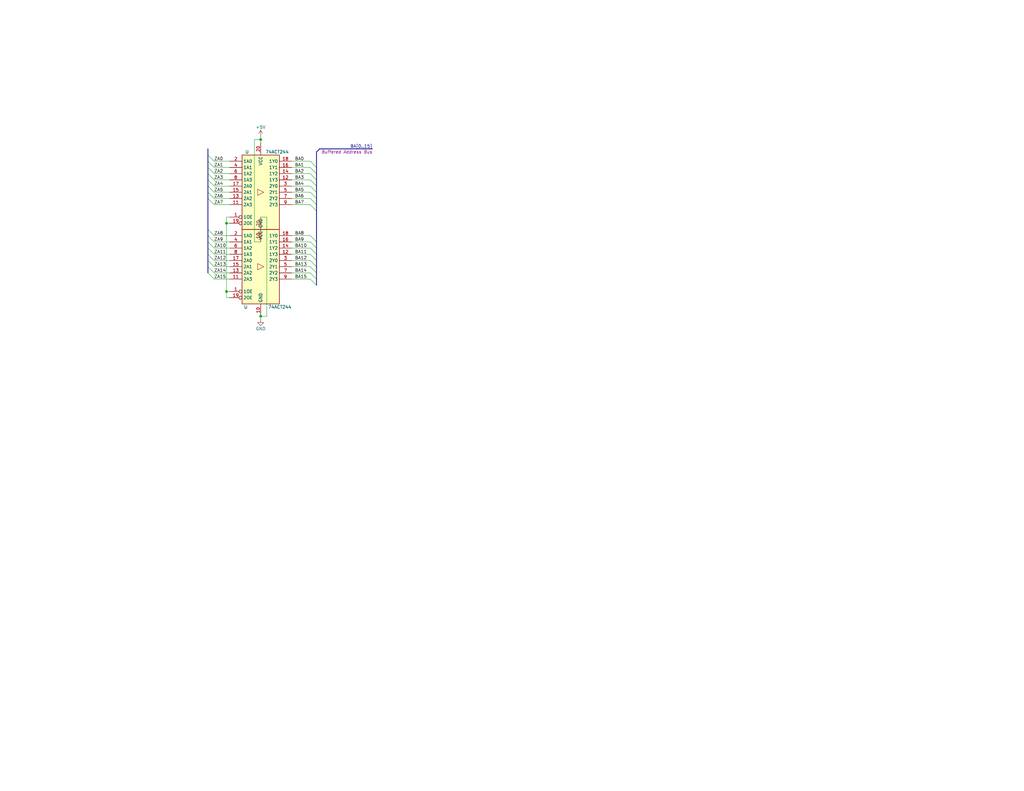
<source format=kicad_sch>
(kicad_sch
	(version 20250114)
	(generator "eeschema")
	(generator_version "9.0")
	(uuid "bfb6270f-c071-4690-9075-7fc46d3a4377")
	(paper "User" 419.1 323.85)
	(title_block
		(title "MMU and Memory")
		(date "2025-09-22")
		(rev "v1.0")
		(company "SilkyDESIGN")
		(comment 1 "Copyright 2025 AESilky")
		(comment 3 "MicroSystem Z80 w/Front Panel & RC2014 Bus")
	)
	(lib_symbols
		(symbol "74xx:74AHCT244"
			(exclude_from_sim no)
			(in_bom yes)
			(on_board yes)
			(property "Reference" "U"
				(at -7.62 16.51 0)
				(effects
					(font
						(size 1.27 1.27)
					)
				)
			)
			(property "Value" "74AHCT244"
				(at -7.62 -16.51 0)
				(effects
					(font
						(size 1.27 1.27)
					)
				)
			)
			(property "Footprint" ""
				(at 0 0 0)
				(effects
					(font
						(size 1.27 1.27)
					)
					(hide yes)
				)
			)
			(property "Datasheet" "https://assets.nexperia.com/documents/data-sheet/74AHC_AHCT244.pdf"
				(at 0 0 0)
				(effects
					(font
						(size 1.27 1.27)
					)
					(hide yes)
				)
			)
			(property "Description" "8-bit Buffer/Line Driver 3-state"
				(at 0 0 0)
				(effects
					(font
						(size 1.27 1.27)
					)
					(hide yes)
				)
			)
			(property "ki_keywords" "AHCTMOS BUFFER 3State"
				(at 0 0 0)
				(effects
					(font
						(size 1.27 1.27)
					)
					(hide yes)
				)
			)
			(property "ki_fp_filters" "TSSOP*4.4x6.5mm*P0.65mm* SSOP*4.4x6.5mm*P0.65mm*"
				(at 0 0 0)
				(effects
					(font
						(size 1.27 1.27)
					)
					(hide yes)
				)
			)
			(symbol "74AHCT244_1_0"
				(polyline
					(pts
						(xy 1.27 0) (xy -1.27 1.27) (xy -1.27 -1.27) (xy 1.27 0)
					)
					(stroke
						(width 0.1524)
						(type default)
					)
					(fill
						(type none)
					)
				)
				(pin input line
					(at -12.7 12.7 0)
					(length 5.08)
					(name "1A0"
						(effects
							(font
								(size 1.27 1.27)
							)
						)
					)
					(number "2"
						(effects
							(font
								(size 1.27 1.27)
							)
						)
					)
				)
				(pin input line
					(at -12.7 10.16 0)
					(length 5.08)
					(name "1A1"
						(effects
							(font
								(size 1.27 1.27)
							)
						)
					)
					(number "4"
						(effects
							(font
								(size 1.27 1.27)
							)
						)
					)
				)
				(pin input line
					(at -12.7 7.62 0)
					(length 5.08)
					(name "1A2"
						(effects
							(font
								(size 1.27 1.27)
							)
						)
					)
					(number "6"
						(effects
							(font
								(size 1.27 1.27)
							)
						)
					)
				)
				(pin input line
					(at -12.7 5.08 0)
					(length 5.08)
					(name "1A3"
						(effects
							(font
								(size 1.27 1.27)
							)
						)
					)
					(number "8"
						(effects
							(font
								(size 1.27 1.27)
							)
						)
					)
				)
				(pin input line
					(at -12.7 2.54 0)
					(length 5.08)
					(name "2A0"
						(effects
							(font
								(size 1.27 1.27)
							)
						)
					)
					(number "17"
						(effects
							(font
								(size 1.27 1.27)
							)
						)
					)
				)
				(pin input line
					(at -12.7 0 0)
					(length 5.08)
					(name "2A1"
						(effects
							(font
								(size 1.27 1.27)
							)
						)
					)
					(number "15"
						(effects
							(font
								(size 1.27 1.27)
							)
						)
					)
				)
				(pin input line
					(at -12.7 -2.54 0)
					(length 5.08)
					(name "2A2"
						(effects
							(font
								(size 1.27 1.27)
							)
						)
					)
					(number "13"
						(effects
							(font
								(size 1.27 1.27)
							)
						)
					)
				)
				(pin input line
					(at -12.7 -5.08 0)
					(length 5.08)
					(name "2A3"
						(effects
							(font
								(size 1.27 1.27)
							)
						)
					)
					(number "11"
						(effects
							(font
								(size 1.27 1.27)
							)
						)
					)
				)
				(pin input inverted
					(at -12.7 -10.16 0)
					(length 5.08)
					(name "1OE"
						(effects
							(font
								(size 1.27 1.27)
							)
						)
					)
					(number "1"
						(effects
							(font
								(size 1.27 1.27)
							)
						)
					)
				)
				(pin input inverted
					(at -12.7 -12.7 0)
					(length 5.08)
					(name "2OE"
						(effects
							(font
								(size 1.27 1.27)
							)
						)
					)
					(number "19"
						(effects
							(font
								(size 1.27 1.27)
							)
						)
					)
				)
				(pin power_in line
					(at 0 20.32 270)
					(length 5.08)
					(name "VCC"
						(effects
							(font
								(size 1.27 1.27)
							)
						)
					)
					(number "20"
						(effects
							(font
								(size 1.27 1.27)
							)
						)
					)
				)
				(pin power_in line
					(at 0 -20.32 90)
					(length 5.08)
					(name "GND"
						(effects
							(font
								(size 1.27 1.27)
							)
						)
					)
					(number "10"
						(effects
							(font
								(size 1.27 1.27)
							)
						)
					)
				)
				(pin tri_state line
					(at 12.7 12.7 180)
					(length 5.08)
					(name "1Y0"
						(effects
							(font
								(size 1.27 1.27)
							)
						)
					)
					(number "18"
						(effects
							(font
								(size 1.27 1.27)
							)
						)
					)
				)
				(pin tri_state line
					(at 12.7 10.16 180)
					(length 5.08)
					(name "1Y1"
						(effects
							(font
								(size 1.27 1.27)
							)
						)
					)
					(number "16"
						(effects
							(font
								(size 1.27 1.27)
							)
						)
					)
				)
				(pin tri_state line
					(at 12.7 7.62 180)
					(length 5.08)
					(name "1Y2"
						(effects
							(font
								(size 1.27 1.27)
							)
						)
					)
					(number "14"
						(effects
							(font
								(size 1.27 1.27)
							)
						)
					)
				)
				(pin tri_state line
					(at 12.7 5.08 180)
					(length 5.08)
					(name "1Y3"
						(effects
							(font
								(size 1.27 1.27)
							)
						)
					)
					(number "12"
						(effects
							(font
								(size 1.27 1.27)
							)
						)
					)
				)
				(pin tri_state line
					(at 12.7 2.54 180)
					(length 5.08)
					(name "2Y0"
						(effects
							(font
								(size 1.27 1.27)
							)
						)
					)
					(number "3"
						(effects
							(font
								(size 1.27 1.27)
							)
						)
					)
				)
				(pin tri_state line
					(at 12.7 0 180)
					(length 5.08)
					(name "2Y1"
						(effects
							(font
								(size 1.27 1.27)
							)
						)
					)
					(number "5"
						(effects
							(font
								(size 1.27 1.27)
							)
						)
					)
				)
				(pin tri_state line
					(at 12.7 -2.54 180)
					(length 5.08)
					(name "2Y2"
						(effects
							(font
								(size 1.27 1.27)
							)
						)
					)
					(number "7"
						(effects
							(font
								(size 1.27 1.27)
							)
						)
					)
				)
				(pin tri_state line
					(at 12.7 -5.08 180)
					(length 5.08)
					(name "2Y3"
						(effects
							(font
								(size 1.27 1.27)
							)
						)
					)
					(number "9"
						(effects
							(font
								(size 1.27 1.27)
							)
						)
					)
				)
			)
			(symbol "74AHCT244_1_1"
				(rectangle
					(start -7.62 15.24)
					(end 7.62 -15.24)
					(stroke
						(width 0.254)
						(type default)
					)
					(fill
						(type background)
					)
				)
			)
			(embedded_fonts no)
		)
		(symbol "power:+5V"
			(power)
			(pin_numbers
				(hide yes)
			)
			(pin_names
				(offset 0)
				(hide yes)
			)
			(exclude_from_sim no)
			(in_bom yes)
			(on_board yes)
			(property "Reference" "#PWR"
				(at 0 -3.81 0)
				(effects
					(font
						(size 1.27 1.27)
					)
					(hide yes)
				)
			)
			(property "Value" "+5V"
				(at 0 3.556 0)
				(effects
					(font
						(size 1.27 1.27)
					)
				)
			)
			(property "Footprint" ""
				(at 0 0 0)
				(effects
					(font
						(size 1.27 1.27)
					)
					(hide yes)
				)
			)
			(property "Datasheet" ""
				(at 0 0 0)
				(effects
					(font
						(size 1.27 1.27)
					)
					(hide yes)
				)
			)
			(property "Description" "Power symbol creates a global label with name \"+5V\""
				(at 0 0 0)
				(effects
					(font
						(size 1.27 1.27)
					)
					(hide yes)
				)
			)
			(property "ki_keywords" "global power"
				(at 0 0 0)
				(effects
					(font
						(size 1.27 1.27)
					)
					(hide yes)
				)
			)
			(symbol "+5V_0_1"
				(polyline
					(pts
						(xy -0.762 1.27) (xy 0 2.54)
					)
					(stroke
						(width 0)
						(type default)
					)
					(fill
						(type none)
					)
				)
				(polyline
					(pts
						(xy 0 2.54) (xy 0.762 1.27)
					)
					(stroke
						(width 0)
						(type default)
					)
					(fill
						(type none)
					)
				)
				(polyline
					(pts
						(xy 0 0) (xy 0 2.54)
					)
					(stroke
						(width 0)
						(type default)
					)
					(fill
						(type none)
					)
				)
			)
			(symbol "+5V_1_1"
				(pin power_in line
					(at 0 0 90)
					(length 0)
					(name "~"
						(effects
							(font
								(size 1.27 1.27)
							)
						)
					)
					(number "1"
						(effects
							(font
								(size 1.27 1.27)
							)
						)
					)
				)
			)
			(embedded_fonts no)
		)
		(symbol "power:GND"
			(power)
			(pin_numbers
				(hide yes)
			)
			(pin_names
				(offset 0)
				(hide yes)
			)
			(exclude_from_sim no)
			(in_bom yes)
			(on_board yes)
			(property "Reference" "#PWR"
				(at 0 -6.35 0)
				(effects
					(font
						(size 1.27 1.27)
					)
					(hide yes)
				)
			)
			(property "Value" "GND"
				(at 0 -3.81 0)
				(effects
					(font
						(size 1.27 1.27)
					)
				)
			)
			(property "Footprint" ""
				(at 0 0 0)
				(effects
					(font
						(size 1.27 1.27)
					)
					(hide yes)
				)
			)
			(property "Datasheet" ""
				(at 0 0 0)
				(effects
					(font
						(size 1.27 1.27)
					)
					(hide yes)
				)
			)
			(property "Description" "Power symbol creates a global label with name \"GND\" , ground"
				(at 0 0 0)
				(effects
					(font
						(size 1.27 1.27)
					)
					(hide yes)
				)
			)
			(property "ki_keywords" "global power"
				(at 0 0 0)
				(effects
					(font
						(size 1.27 1.27)
					)
					(hide yes)
				)
			)
			(symbol "GND_0_1"
				(polyline
					(pts
						(xy 0 0) (xy 0 -1.27) (xy 1.27 -1.27) (xy 0 -2.54) (xy -1.27 -1.27) (xy 0 -1.27)
					)
					(stroke
						(width 0)
						(type default)
					)
					(fill
						(type none)
					)
				)
			)
			(symbol "GND_1_1"
				(pin power_in line
					(at 0 0 270)
					(length 0)
					(name "~"
						(effects
							(font
								(size 1.27 1.27)
							)
						)
					)
					(number "1"
						(effects
							(font
								(size 1.27 1.27)
							)
						)
					)
				)
			)
			(embedded_fonts no)
		)
	)
	(junction
		(at 92.71 91.44)
		(diameter 0)
		(color 0 0 0 0)
		(uuid "066cdd58-074f-4355-977d-022e64ffb746")
	)
	(junction
		(at 106.68 57.15)
		(diameter 0)
		(color 0 0 0 0)
		(uuid "27e28480-894a-400e-8cba-3e53637d809f")
	)
	(junction
		(at 92.71 119.38)
		(diameter 0)
		(color 0 0 0 0)
		(uuid "2fdc1a63-6acf-4fd5-a206-08e0d17585df")
	)
	(junction
		(at 106.68 129.54)
		(diameter 0)
		(color 0 0 0 0)
		(uuid "b3295928-f1f4-4af3-bed5-376f8ae4126a")
	)
	(bus_entry
		(at 85.09 93.98)
		(size 2.54 2.54)
		(stroke
			(width 0)
			(type default)
		)
		(uuid "0c1a2daa-71fd-4fd2-80af-cf21f41cfdbf")
	)
	(bus_entry
		(at 127 71.12)
		(size 2.54 2.54)
		(stroke
			(width 0)
			(type default)
		)
		(uuid "140a5732-a277-4e1d-93fc-084d51d3f0f5")
	)
	(bus_entry
		(at 127 76.2)
		(size 2.54 2.54)
		(stroke
			(width 0)
			(type default)
		)
		(uuid "14ab25af-4550-4893-995a-0b97d57c477a")
	)
	(bus_entry
		(at 127 81.28)
		(size 2.54 2.54)
		(stroke
			(width 0)
			(type default)
		)
		(uuid "19bea1e0-4863-4ff4-a264-f07bfb486317")
	)
	(bus_entry
		(at 127 78.74)
		(size 2.54 2.54)
		(stroke
			(width 0)
			(type default)
		)
		(uuid "1bba6dc4-79e2-4e23-aae9-ea58ae4843a2")
	)
	(bus_entry
		(at 127 109.22)
		(size 2.54 2.54)
		(stroke
			(width 0)
			(type default)
		)
		(uuid "32bae781-1a04-43fa-bdef-072d812c94ad")
	)
	(bus_entry
		(at 85.09 76.2)
		(size 2.54 2.54)
		(stroke
			(width 0)
			(type default)
		)
		(uuid "37e64ea2-3b19-4868-b2a7-560c743e277b")
	)
	(bus_entry
		(at 85.09 106.68)
		(size 2.54 2.54)
		(stroke
			(width 0)
			(type default)
		)
		(uuid "39178669-c33c-466e-b155-09f108940f13")
	)
	(bus_entry
		(at 127 83.82)
		(size 2.54 2.54)
		(stroke
			(width 0)
			(type default)
		)
		(uuid "3c54b359-58f2-40b2-b300-d88512a904b7")
	)
	(bus_entry
		(at 127 106.68)
		(size 2.54 2.54)
		(stroke
			(width 0)
			(type default)
		)
		(uuid "3da2c398-a3ce-43e8-9c7a-c653f80b5c92")
	)
	(bus_entry
		(at 127 101.6)
		(size 2.54 2.54)
		(stroke
			(width 0)
			(type default)
		)
		(uuid "42ee9ef3-adfd-48f1-a800-9c22bfed9ddb")
	)
	(bus_entry
		(at 127 73.66)
		(size 2.54 2.54)
		(stroke
			(width 0)
			(type default)
		)
		(uuid "4828eed8-ad4b-46a6-b482-ba37147684e9")
	)
	(bus_entry
		(at 127 114.3)
		(size 2.54 2.54)
		(stroke
			(width 0)
			(type default)
		)
		(uuid "4c7e79f3-c447-4f9d-9d55-0d8d548a86cc")
	)
	(bus_entry
		(at 85.09 81.28)
		(size 2.54 2.54)
		(stroke
			(width 0)
			(type default)
		)
		(uuid "50b4ce88-e97a-4b69-8505-0d68dccdf76e")
	)
	(bus_entry
		(at 127 68.58)
		(size 2.54 2.54)
		(stroke
			(width 0)
			(type default)
		)
		(uuid "55155ef6-c293-4c3f-baaf-5415714f0cf3")
	)
	(bus_entry
		(at 85.09 63.5)
		(size 2.54 2.54)
		(stroke
			(width 0)
			(type default)
		)
		(uuid "5f862ed0-0430-493b-aa02-0a65c31d1e2a")
	)
	(bus_entry
		(at 85.09 99.06)
		(size 2.54 2.54)
		(stroke
			(width 0)
			(type default)
		)
		(uuid "69ede25e-9b52-4f92-a59a-abb699746f3c")
	)
	(bus_entry
		(at 85.09 109.22)
		(size 2.54 2.54)
		(stroke
			(width 0)
			(type default)
		)
		(uuid "6b5aea5e-5697-40a6-8d23-7703800f5eec")
	)
	(bus_entry
		(at 85.09 71.12)
		(size 2.54 2.54)
		(stroke
			(width 0)
			(type default)
		)
		(uuid "6c070075-9249-4e86-9106-d1a9d60fa665")
	)
	(bus_entry
		(at 127 66.04)
		(size 2.54 2.54)
		(stroke
			(width 0)
			(type default)
		)
		(uuid "6caac4d1-abf2-4b0a-aff9-40a26fbab989")
	)
	(bus_entry
		(at 85.09 96.52)
		(size 2.54 2.54)
		(stroke
			(width 0)
			(type default)
		)
		(uuid "78c8a00a-ffa9-4ac9-b297-8207010000a1")
	)
	(bus_entry
		(at 85.09 73.66)
		(size 2.54 2.54)
		(stroke
			(width 0)
			(type default)
		)
		(uuid "8071842a-e723-4da5-b5bd-44356d31fd41")
	)
	(bus_entry
		(at 127 96.52)
		(size 2.54 2.54)
		(stroke
			(width 0)
			(type default)
		)
		(uuid "82dc91e6-5dd2-47ee-8025-2ae90d94a2ec")
	)
	(bus_entry
		(at 85.09 101.6)
		(size 2.54 2.54)
		(stroke
			(width 0)
			(type default)
		)
		(uuid "87254993-239e-4f69-b524-1cbc204a3fe7")
	)
	(bus_entry
		(at 85.09 111.76)
		(size 2.54 2.54)
		(stroke
			(width 0)
			(type default)
		)
		(uuid "a13011dc-c46e-4a9b-93cb-5184c8f2e88c")
	)
	(bus_entry
		(at 127 104.14)
		(size 2.54 2.54)
		(stroke
			(width 0)
			(type default)
		)
		(uuid "a361cdf3-dfe1-40c0-8635-7f05d0eecd92")
	)
	(bus_entry
		(at 127 111.76)
		(size 2.54 2.54)
		(stroke
			(width 0)
			(type default)
		)
		(uuid "bac6b575-d2a9-4253-86b2-cfdc938fb3e7")
	)
	(bus_entry
		(at 85.09 104.14)
		(size 2.54 2.54)
		(stroke
			(width 0)
			(type default)
		)
		(uuid "bea16062-cae0-443b-91ab-6b5677ede040")
	)
	(bus_entry
		(at 127 99.06)
		(size 2.54 2.54)
		(stroke
			(width 0)
			(type default)
		)
		(uuid "eaeccf07-7555-4846-8f57-edce4184d007")
	)
	(bus_entry
		(at 85.09 78.74)
		(size 2.54 2.54)
		(stroke
			(width 0)
			(type default)
		)
		(uuid "ee33f007-8df5-432b-9e11-08836fdda649")
	)
	(bus_entry
		(at 85.09 68.58)
		(size 2.54 2.54)
		(stroke
			(width 0)
			(type default)
		)
		(uuid "f601ec95-786e-41f3-8a41-8a243fd6a4af")
	)
	(bus_entry
		(at 85.09 66.04)
		(size 2.54 2.54)
		(stroke
			(width 0)
			(type default)
		)
		(uuid "fddb2c14-e4ad-4511-896d-64502851ac56")
	)
	(bus
		(pts
			(xy 85.09 104.14) (xy 85.09 106.68)
		)
		(stroke
			(width 0)
			(type default)
		)
		(uuid "027a590d-4007-472f-ae58-913758ec0755")
	)
	(bus
		(pts
			(xy 85.09 93.98) (xy 85.09 96.52)
		)
		(stroke
			(width 0)
			(type default)
		)
		(uuid "033e9a6c-09c5-491b-8e96-00d786e7f35d")
	)
	(wire
		(pts
			(xy 119.38 106.68) (xy 127 106.68)
		)
		(stroke
			(width 0)
			(type default)
		)
		(uuid "055f48a9-1538-43b3-a812-2db278c2feb5")
	)
	(bus
		(pts
			(xy 129.54 68.58) (xy 129.54 62.23)
		)
		(stroke
			(width 0)
			(type default)
		)
		(uuid "0561243c-ecb0-4591-a938-6b221a0774e3")
	)
	(bus
		(pts
			(xy 129.54 62.23) (xy 130.81 60.96)
		)
		(stroke
			(width 0)
			(type default)
		)
		(uuid "0d954ee2-7e28-47fa-91d8-0cfa6813b399")
	)
	(bus
		(pts
			(xy 85.09 63.5) (xy 85.09 66.04)
		)
		(stroke
			(width 0)
			(type default)
		)
		(uuid "0f29ca39-e97d-4864-af8e-0700fe7c24c0")
	)
	(bus
		(pts
			(xy 85.09 73.66) (xy 85.09 76.2)
		)
		(stroke
			(width 0)
			(type default)
		)
		(uuid "15a5ef00-182d-4e44-a0e0-e1cffec2297c")
	)
	(wire
		(pts
			(xy 92.71 119.38) (xy 92.71 121.92)
		)
		(stroke
			(width 0)
			(type default)
		)
		(uuid "1f66473c-ee41-4f52-b272-8e73a73af4ca")
	)
	(wire
		(pts
			(xy 119.38 76.2) (xy 127 76.2)
		)
		(stroke
			(width 0)
			(type default)
		)
		(uuid "230969e7-1654-4979-9a06-11362006f210")
	)
	(bus
		(pts
			(xy 129.54 114.3) (xy 129.54 111.76)
		)
		(stroke
			(width 0)
			(type default)
		)
		(uuid "24707c29-1317-44c6-b62d-1948c16c53f2")
	)
	(wire
		(pts
			(xy 119.38 71.12) (xy 127 71.12)
		)
		(stroke
			(width 0)
			(type default)
		)
		(uuid "2f04881c-19d1-437f-819f-ba897ecbd9e8")
	)
	(wire
		(pts
			(xy 92.71 88.9) (xy 92.71 91.44)
		)
		(stroke
			(width 0)
			(type default)
		)
		(uuid "302f9b2e-0e8c-4b47-a8f8-0bb17a6fa108")
	)
	(wire
		(pts
			(xy 87.63 99.06) (xy 93.98 99.06)
		)
		(stroke
			(width 0)
			(type default)
		)
		(uuid "32e54b8b-3d42-4dab-a2b2-93adbbd15161")
	)
	(wire
		(pts
			(xy 87.63 111.76) (xy 93.98 111.76)
		)
		(stroke
			(width 0)
			(type default)
		)
		(uuid "3580c917-fcbc-4e39-943a-89569a379085")
	)
	(wire
		(pts
			(xy 119.38 81.28) (xy 127 81.28)
		)
		(stroke
			(width 0)
			(type default)
		)
		(uuid "38b669a1-c5fe-4daa-9f43-6615ad6918fe")
	)
	(wire
		(pts
			(xy 92.71 119.38) (xy 93.98 119.38)
		)
		(stroke
			(width 0)
			(type default)
		)
		(uuid "3eb07c73-5646-4b03-b50c-f3a9014dac25")
	)
	(bus
		(pts
			(xy 129.54 71.12) (xy 129.54 68.58)
		)
		(stroke
			(width 0)
			(type default)
		)
		(uuid "40940fd5-5106-4db2-a70d-9aa6a18d78c3")
	)
	(wire
		(pts
			(xy 87.63 83.82) (xy 93.98 83.82)
		)
		(stroke
			(width 0)
			(type default)
		)
		(uuid "42a66b92-b91f-4a44-83cf-e35f3f60b039")
	)
	(wire
		(pts
			(xy 87.63 76.2) (xy 93.98 76.2)
		)
		(stroke
			(width 0)
			(type default)
		)
		(uuid "4a39fe42-eb6f-4ce7-81d4-8b4e4ef6474f")
	)
	(wire
		(pts
			(xy 87.63 96.52) (xy 93.98 96.52)
		)
		(stroke
			(width 0)
			(type default)
		)
		(uuid "4ecc6548-3a81-4ac1-b433-9407116101d9")
	)
	(bus
		(pts
			(xy 85.09 99.06) (xy 85.09 101.6)
		)
		(stroke
			(width 0)
			(type default)
		)
		(uuid "51c3e6c6-c0c7-411b-a92f-b24d370d3af9")
	)
	(bus
		(pts
			(xy 85.09 68.58) (xy 85.09 71.12)
		)
		(stroke
			(width 0)
			(type default)
		)
		(uuid "55d97e10-ea46-48d7-9c8b-a5fbf6fdbae0")
	)
	(wire
		(pts
			(xy 106.68 129.54) (xy 106.68 130.81)
		)
		(stroke
			(width 0)
			(type default)
		)
		(uuid "5bddb607-1f37-48d0-b121-6cf03ded972b")
	)
	(wire
		(pts
			(xy 119.38 111.76) (xy 127 111.76)
		)
		(stroke
			(width 0)
			(type default)
		)
		(uuid "5c59edaf-cd7b-4d09-91d7-552941cbef7b")
	)
	(wire
		(pts
			(xy 87.63 78.74) (xy 93.98 78.74)
		)
		(stroke
			(width 0)
			(type default)
		)
		(uuid "5cdc2448-8e78-427a-9da7-45e9caf198ab")
	)
	(wire
		(pts
			(xy 119.38 66.04) (xy 127 66.04)
		)
		(stroke
			(width 0)
			(type default)
		)
		(uuid "5fa976c0-d36a-44a8-86d7-edcc38582017")
	)
	(wire
		(pts
			(xy 119.38 96.52) (xy 127 96.52)
		)
		(stroke
			(width 0)
			(type default)
		)
		(uuid "68589e2c-4c3a-4cc3-8519-4635719cdbc1")
	)
	(bus
		(pts
			(xy 129.54 116.84) (xy 129.54 114.3)
		)
		(stroke
			(width 0)
			(type default)
		)
		(uuid "69be5881-71a5-4de2-8de8-81b04159df66")
	)
	(wire
		(pts
			(xy 104.14 57.15) (xy 104.14 99.06)
		)
		(stroke
			(width 0)
			(type default)
		)
		(uuid "6a348942-891c-4b38-a077-fdb7bd9eb602")
	)
	(wire
		(pts
			(xy 119.38 101.6) (xy 127 101.6)
		)
		(stroke
			(width 0)
			(type default)
		)
		(uuid "6a94f1b8-e466-4028-953f-81a08196a771")
	)
	(wire
		(pts
			(xy 106.68 99.06) (xy 104.14 99.06)
		)
		(stroke
			(width 0)
			(type default)
		)
		(uuid "6bc9c315-cf84-4084-94ed-636864c12b44")
	)
	(bus
		(pts
			(xy 129.54 78.74) (xy 129.54 76.2)
		)
		(stroke
			(width 0)
			(type default)
		)
		(uuid "6fc38d5b-d6df-41bd-9587-56d3800d3c78")
	)
	(wire
		(pts
			(xy 106.68 57.15) (xy 106.68 58.42)
		)
		(stroke
			(width 0)
			(type default)
		)
		(uuid "709b79a8-8387-4401-85e0-2291fa21b56d")
	)
	(wire
		(pts
			(xy 87.63 81.28) (xy 93.98 81.28)
		)
		(stroke
			(width 0)
			(type default)
		)
		(uuid "70bb0794-b33a-4007-9754-7df5d5fad9d7")
	)
	(bus
		(pts
			(xy 129.54 106.68) (xy 129.54 104.14)
		)
		(stroke
			(width 0)
			(type default)
		)
		(uuid "72f1652f-b7b1-40af-9f69-f41146088037")
	)
	(bus
		(pts
			(xy 85.09 60.96) (xy 85.09 63.5)
		)
		(stroke
			(width 0)
			(type default)
		)
		(uuid "743071b2-5ed9-48a3-b09d-492b05787eb8")
	)
	(bus
		(pts
			(xy 129.54 73.66) (xy 129.54 71.12)
		)
		(stroke
			(width 0)
			(type default)
		)
		(uuid "78e60703-2a34-4855-835e-5c1b50140b6e")
	)
	(wire
		(pts
			(xy 87.63 68.58) (xy 93.98 68.58)
		)
		(stroke
			(width 0)
			(type default)
		)
		(uuid "7d114c1d-ea6c-4439-9a60-df8632323b53")
	)
	(wire
		(pts
			(xy 92.71 121.92) (xy 93.98 121.92)
		)
		(stroke
			(width 0)
			(type default)
		)
		(uuid "8018326c-bfe5-463e-aa73-53e83d98f3cd")
	)
	(wire
		(pts
			(xy 87.63 101.6) (xy 93.98 101.6)
		)
		(stroke
			(width 0)
			(type default)
		)
		(uuid "80f6551c-7d48-4c1e-a799-b2f27f656602")
	)
	(bus
		(pts
			(xy 129.54 104.14) (xy 129.54 101.6)
		)
		(stroke
			(width 0)
			(type default)
		)
		(uuid "82606553-105d-4345-9f1d-e65fa7b24aa2")
	)
	(wire
		(pts
			(xy 119.38 83.82) (xy 127 83.82)
		)
		(stroke
			(width 0)
			(type default)
		)
		(uuid "837d96be-f37c-40e8-ae3b-c0a8960f7a2c")
	)
	(wire
		(pts
			(xy 87.63 73.66) (xy 93.98 73.66)
		)
		(stroke
			(width 0)
			(type default)
		)
		(uuid "845c02c7-f934-415b-9eca-f0eb902a62a4")
	)
	(wire
		(pts
			(xy 87.63 104.14) (xy 93.98 104.14)
		)
		(stroke
			(width 0)
			(type default)
		)
		(uuid "84e7930f-93c8-4aaa-a277-989bca42cc79")
	)
	(wire
		(pts
			(xy 104.14 57.15) (xy 106.68 57.15)
		)
		(stroke
			(width 0)
			(type default)
		)
		(uuid "88c401ba-99ec-4c48-9f43-835d69bc3d69")
	)
	(bus
		(pts
			(xy 129.54 86.36) (xy 129.54 83.82)
		)
		(stroke
			(width 0)
			(type default)
		)
		(uuid "8fe5c8a2-2692-4fbf-a623-61f4dad673ef")
	)
	(bus
		(pts
			(xy 85.09 76.2) (xy 85.09 78.74)
		)
		(stroke
			(width 0)
			(type default)
		)
		(uuid "96ebec7e-a78a-491a-b3d5-975dd3169379")
	)
	(wire
		(pts
			(xy 119.38 104.14) (xy 127 104.14)
		)
		(stroke
			(width 0)
			(type default)
		)
		(uuid "992f2bd4-69b9-4610-848b-14596592917a")
	)
	(bus
		(pts
			(xy 85.09 96.52) (xy 85.09 99.06)
		)
		(stroke
			(width 0)
			(type default)
		)
		(uuid "9986606e-afce-44db-a375-aeb22f828c29")
	)
	(bus
		(pts
			(xy 129.54 101.6) (xy 129.54 99.06)
		)
		(stroke
			(width 0)
			(type default)
		)
		(uuid "9eb10454-7a33-466a-8d90-feefe2968045")
	)
	(wire
		(pts
			(xy 92.71 91.44) (xy 92.71 119.38)
		)
		(stroke
			(width 0)
			(type default)
		)
		(uuid "9f3e30ea-688a-4a81-81c0-e8dc197948b7")
	)
	(wire
		(pts
			(xy 87.63 66.04) (xy 93.98 66.04)
		)
		(stroke
			(width 0)
			(type default)
		)
		(uuid "a4bed274-9d5d-4494-91a1-155505dfaeb9")
	)
	(wire
		(pts
			(xy 87.63 71.12) (xy 93.98 71.12)
		)
		(stroke
			(width 0)
			(type default)
		)
		(uuid "a5f7b31e-7684-4ab5-bfe7-efc3fc972484")
	)
	(bus
		(pts
			(xy 85.09 101.6) (xy 85.09 104.14)
		)
		(stroke
			(width 0)
			(type default)
		)
		(uuid "ab78dc16-587a-4a88-ae58-3d4d530ce552")
	)
	(bus
		(pts
			(xy 129.54 111.76) (xy 129.54 109.22)
		)
		(stroke
			(width 0)
			(type default)
		)
		(uuid "ad6ec650-6627-4eff-b369-54e2a5c3c569")
	)
	(wire
		(pts
			(xy 87.63 114.3) (xy 93.98 114.3)
		)
		(stroke
			(width 0)
			(type default)
		)
		(uuid "b31923e0-01b8-4809-847c-b7fd790729ca")
	)
	(bus
		(pts
			(xy 129.54 109.22) (xy 129.54 106.68)
		)
		(stroke
			(width 0)
			(type default)
		)
		(uuid "b6996122-da1c-4cc0-8b1b-81975317fb84")
	)
	(bus
		(pts
			(xy 129.54 83.82) (xy 129.54 81.28)
		)
		(stroke
			(width 0)
			(type default)
		)
		(uuid "b805377c-466a-4b51-b60b-f9617fbf0580")
	)
	(wire
		(pts
			(xy 106.68 88.9) (xy 109.22 88.9)
		)
		(stroke
			(width 0)
			(type default)
		)
		(uuid "b9efb641-687c-4ed8-bb51-9ec44c9620c5")
	)
	(bus
		(pts
			(xy 85.09 71.12) (xy 85.09 73.66)
		)
		(stroke
			(width 0)
			(type default)
		)
		(uuid "ba8e6c12-21e4-468c-b4d3-137b639e3aa3")
	)
	(wire
		(pts
			(xy 106.68 55.88) (xy 106.68 57.15)
		)
		(stroke
			(width 0)
			(type default)
		)
		(uuid "bea1d7d5-f308-43e6-b2bd-c59f0e566cff")
	)
	(bus
		(pts
			(xy 129.54 86.36) (xy 129.54 99.06)
		)
		(stroke
			(width 0)
			(type default)
		)
		(uuid "bee0cf24-5704-45c9-a37f-d0a6c9411cc1")
	)
	(bus
		(pts
			(xy 85.09 109.22) (xy 85.09 111.76)
		)
		(stroke
			(width 0)
			(type default)
		)
		(uuid "c0601a24-30d3-470c-9311-05dc56a188b6")
	)
	(wire
		(pts
			(xy 93.98 88.9) (xy 92.71 88.9)
		)
		(stroke
			(width 0)
			(type default)
		)
		(uuid "c25b18e3-dc2c-4027-9bce-236910298801")
	)
	(wire
		(pts
			(xy 109.22 88.9) (xy 109.22 129.54)
		)
		(stroke
			(width 0)
			(type default)
		)
		(uuid "c70f232c-a63a-4f85-8b07-86f0c8165c8a")
	)
	(bus
		(pts
			(xy 129.54 81.28) (xy 129.54 78.74)
		)
		(stroke
			(width 0)
			(type default)
		)
		(uuid "c99363b7-1f4f-4777-a425-746d0e538d91")
	)
	(wire
		(pts
			(xy 92.71 91.44) (xy 93.98 91.44)
		)
		(stroke
			(width 0)
			(type default)
		)
		(uuid "c9ea99e7-d696-42d9-bd97-44faa6340b8f")
	)
	(bus
		(pts
			(xy 85.09 78.74) (xy 85.09 81.28)
		)
		(stroke
			(width 0)
			(type default)
		)
		(uuid "d6c21529-6f1a-42ee-9da5-da9232c4fb03")
	)
	(wire
		(pts
			(xy 119.38 109.22) (xy 127 109.22)
		)
		(stroke
			(width 0)
			(type default)
		)
		(uuid "d7ef479b-2e9a-4b0b-9c99-07e87d6af9d0")
	)
	(bus
		(pts
			(xy 129.54 76.2) (xy 129.54 73.66)
		)
		(stroke
			(width 0)
			(type default)
		)
		(uuid "d8e4d41a-51e4-4dfc-b173-b4845ecda532")
	)
	(wire
		(pts
			(xy 119.38 68.58) (xy 127 68.58)
		)
		(stroke
			(width 0)
			(type default)
		)
		(uuid "da1ce802-b1b7-41bb-a601-d47cb59ca72a")
	)
	(wire
		(pts
			(xy 87.63 109.22) (xy 93.98 109.22)
		)
		(stroke
			(width 0)
			(type default)
		)
		(uuid "da9fd5e2-b66e-4b51-9b3c-05ea1c03caef")
	)
	(bus
		(pts
			(xy 85.09 66.04) (xy 85.09 68.58)
		)
		(stroke
			(width 0)
			(type default)
		)
		(uuid "dba5176d-eab7-45e7-8b44-fe2a34c616ff")
	)
	(wire
		(pts
			(xy 87.63 106.68) (xy 93.98 106.68)
		)
		(stroke
			(width 0)
			(type default)
		)
		(uuid "ddfed1c4-bf90-426a-952a-ea47dcd9accb")
	)
	(wire
		(pts
			(xy 119.38 78.74) (xy 127 78.74)
		)
		(stroke
			(width 0)
			(type default)
		)
		(uuid "e32a4b22-ded4-47a7-8783-c18ad918b5c6")
	)
	(bus
		(pts
			(xy 85.09 106.68) (xy 85.09 109.22)
		)
		(stroke
			(width 0)
			(type default)
		)
		(uuid "e7400f68-64dc-493c-b3ad-c2c19d4d3dd7")
	)
	(bus
		(pts
			(xy 130.81 60.96) (xy 152.4 60.96)
		)
		(stroke
			(width 0)
			(type default)
		)
		(uuid "e923c680-fc41-4792-8acc-887a715f0773")
	)
	(wire
		(pts
			(xy 119.38 114.3) (xy 127 114.3)
		)
		(stroke
			(width 0)
			(type default)
		)
		(uuid "e973dc59-c8a3-4ec6-bb49-740275d08341")
	)
	(wire
		(pts
			(xy 119.38 99.06) (xy 127 99.06)
		)
		(stroke
			(width 0)
			(type default)
		)
		(uuid "f7efc663-6854-4518-a0b8-987088f60696")
	)
	(wire
		(pts
			(xy 119.38 73.66) (xy 127 73.66)
		)
		(stroke
			(width 0)
			(type default)
		)
		(uuid "fa992c7c-7303-46fe-878f-00d8f6e0cd70")
	)
	(bus
		(pts
			(xy 85.09 81.28) (xy 85.09 93.98)
		)
		(stroke
			(width 0)
			(type default)
		)
		(uuid "fc6bd502-2115-47a8-a445-82fe7409e5f7")
	)
	(wire
		(pts
			(xy 106.68 129.54) (xy 109.22 129.54)
		)
		(stroke
			(width 0)
			(type default)
		)
		(uuid "fd60d65e-ef98-42f6-bb76-ae1714fc3bd8")
	)
	(label "ZA13"
		(at 87.63 109.22 0)
		(effects
			(font
				(size 1.27 1.27)
			)
			(justify left bottom)
		)
		(uuid "04080e56-85d3-4300-b4e6-d59c7776655f")
	)
	(label "ZA12"
		(at 87.63 106.68 0)
		(effects
			(font
				(size 1.27 1.27)
			)
			(justify left bottom)
		)
		(uuid "1a420300-8c6b-4f3f-b182-74705dc791e5")
	)
	(label "ZA4"
		(at 87.63 76.2 0)
		(effects
			(font
				(size 1.27 1.27)
			)
			(justify left bottom)
		)
		(uuid "25cf9cc7-a7a0-43d7-9900-6b79ce72577f")
	)
	(label "ZA7"
		(at 87.63 83.82 0)
		(effects
			(font
				(size 1.27 1.27)
			)
			(justify left bottom)
		)
		(uuid "2812a074-f446-4f25-9e54-1a8e7dd295d6")
	)
	(label "ZA3"
		(at 87.63 73.66 0)
		(effects
			(font
				(size 1.27 1.27)
			)
			(justify left bottom)
		)
		(uuid "2d406e06-fbb9-4255-bc33-9f669a6da255")
	)
	(label "ZA15"
		(at 87.63 114.3 0)
		(effects
			(font
				(size 1.27 1.27)
			)
			(justify left bottom)
		)
		(uuid "349dea57-eea2-4f1c-b62a-bbcf525740ce")
	)
	(label "BA8"
		(at 120.65 96.52 0)
		(effects
			(font
				(size 1.27 1.27)
			)
			(justify left bottom)
		)
		(uuid "37244664-ed72-420f-96bc-fdceea093040")
	)
	(label "BA3"
		(at 120.65 73.66 0)
		(effects
			(font
				(size 1.27 1.27)
			)
			(justify left bottom)
		)
		(uuid "38e768b1-3d7c-48df-be28-502f1df5e5ef")
	)
	(label "BA15"
		(at 120.65 114.3 0)
		(effects
			(font
				(size 1.27 1.27)
			)
			(justify left bottom)
		)
		(uuid "52662522-bdd8-4efa-a1b6-454a46022032")
	)
	(label "ZA14"
		(at 87.63 111.76 0)
		(effects
			(font
				(size 1.27 1.27)
			)
			(justify left bottom)
		)
		(uuid "5340bf68-deba-43ac-bd83-15fb038f8f38")
	)
	(label "ZA11"
		(at 87.63 104.14 0)
		(effects
			(font
				(size 1.27 1.27)
			)
			(justify left bottom)
		)
		(uuid "53a1dc89-b091-45e9-843d-bf7f87519638")
	)
	(label "ZA0"
		(at 87.63 66.04 0)
		(effects
			(font
				(size 1.27 1.27)
			)
			(justify left bottom)
		)
		(uuid "58960b08-be81-4d8f-bcac-494f6555949e")
	)
	(label "BA[0..15]"
		(at 152.4 60.96 180)
		(fields_autoplaced yes)
		(effects
			(font
				(size 1.27 1.27)
			)
			(justify right bottom)
		)
		(uuid "5ef978e7-5241-47a9-acb7-87a7180da2b6")
		(property "Desc" "Buffered Address Bus"
			(at 152.4 62.23 0)
			(effects
				(font
					(size 1.27 1.27)
					(italic yes)
				)
				(justify right)
			)
		)
	)
	(label "ZA9"
		(at 87.63 99.06 0)
		(effects
			(font
				(size 1.27 1.27)
			)
			(justify left bottom)
		)
		(uuid "67681515-06c0-4b53-bab7-7e415b4b9908")
	)
	(label "BA2"
		(at 120.65 71.12 0)
		(effects
			(font
				(size 1.27 1.27)
			)
			(justify left bottom)
		)
		(uuid "692e71df-9b21-4761-b980-455481547d50")
	)
	(label "ZA8"
		(at 87.63 96.52 0)
		(effects
			(font
				(size 1.27 1.27)
			)
			(justify left bottom)
		)
		(uuid "6d800ced-de52-464b-9c20-07d3ed27a7d6")
	)
	(label "BA0"
		(at 120.65 66.04 0)
		(effects
			(font
				(size 1.27 1.27)
			)
			(justify left bottom)
		)
		(uuid "8b334b5d-73e8-4712-bef1-f80ace345e30")
	)
	(label "BA12"
		(at 120.65 106.68 0)
		(effects
			(font
				(size 1.27 1.27)
			)
			(justify left bottom)
		)
		(uuid "9129f5eb-62f8-408a-8c56-f0c069f906b7")
	)
	(label "BA7"
		(at 120.65 83.82 0)
		(effects
			(font
				(size 1.27 1.27)
			)
			(justify left bottom)
		)
		(uuid "92b7ceab-2481-4a3a-808d-788a80d6a1e5")
	)
	(label "BA5"
		(at 120.65 78.74 0)
		(effects
			(font
				(size 1.27 1.27)
			)
			(justify left bottom)
		)
		(uuid "a6eb3ce0-04b8-45ab-9002-24bbf8717ce2")
	)
	(label "ZA1"
		(at 87.63 68.58 0)
		(effects
			(font
				(size 1.27 1.27)
			)
			(justify left bottom)
		)
		(uuid "acc4bed3-76ef-4455-a148-0acf2b76268e")
	)
	(label "ZA2"
		(at 87.63 71.12 0)
		(effects
			(font
				(size 1.27 1.27)
			)
			(justify left bottom)
		)
		(uuid "aee43141-b78c-40b4-ad63-635ce8ae17ff")
	)
	(label "BA6"
		(at 120.65 81.28 0)
		(effects
			(font
				(size 1.27 1.27)
			)
			(justify left bottom)
		)
		(uuid "b3364e04-6498-4cbd-9fba-5357d4e87044")
	)
	(label "BA13"
		(at 120.65 109.22 0)
		(effects
			(font
				(size 1.27 1.27)
			)
			(justify left bottom)
		)
		(uuid "b7ebf0f3-91d1-4e2f-8793-db3c645895a7")
	)
	(label "BA14"
		(at 120.65 111.76 0)
		(effects
			(font
				(size 1.27 1.27)
			)
			(justify left bottom)
		)
		(uuid "ba088d6e-69ae-43f3-bd65-05a79dc3c771")
	)
	(label "ZA10"
		(at 87.63 101.6 0)
		(effects
			(font
				(size 1.27 1.27)
			)
			(justify left bottom)
		)
		(uuid "cabcd5d0-87fb-43dc-a16f-70957e552ca6")
	)
	(label "BA11"
		(at 120.65 104.14 0)
		(effects
			(font
				(size 1.27 1.27)
			)
			(justify left bottom)
		)
		(uuid "d96dbdab-a78a-48b5-b571-c55484981519")
	)
	(label "ZA5"
		(at 87.63 78.74 0)
		(effects
			(font
				(size 1.27 1.27)
			)
			(justify left bottom)
		)
		(uuid "d9877580-ac90-4084-869c-4dcf0a1df829")
	)
	(label "BA4"
		(at 120.65 76.2 0)
		(effects
			(font
				(size 1.27 1.27)
			)
			(justify left bottom)
		)
		(uuid "e2b8790e-762e-4f78-943f-1f56bcc2766d")
	)
	(label "BA1"
		(at 120.65 68.58 0)
		(effects
			(font
				(size 1.27 1.27)
			)
			(justify left bottom)
		)
		(uuid "e97bb97a-e20b-4ee5-838e-89b1ff221bb5")
	)
	(label "BA9"
		(at 120.65 99.06 0)
		(effects
			(font
				(size 1.27 1.27)
			)
			(justify left bottom)
		)
		(uuid "ea3352f8-15cd-4500-8f7e-54a0f167c9d8")
	)
	(label "BA10"
		(at 120.65 101.6 0)
		(effects
			(font
				(size 1.27 1.27)
			)
			(justify left bottom)
		)
		(uuid "eb397091-f049-4414-8022-44cf017ccb99")
	)
	(label "ZA6"
		(at 87.63 81.28 0)
		(effects
			(font
				(size 1.27 1.27)
			)
			(justify left bottom)
		)
		(uuid "f781d18b-8cee-4039-8c96-442bfff7c710")
	)
	(symbol
		(lib_id "power:+5V")
		(at 106.68 55.88 0)
		(unit 1)
		(exclude_from_sim no)
		(in_bom yes)
		(on_board yes)
		(dnp no)
		(fields_autoplaced yes)
		(uuid "102fa3c9-b76e-4b4d-9c03-cbc01d90707f")
		(property "Reference" "#PWR04"
			(at 106.68 59.69 0)
			(effects
				(font
					(size 1.27 1.27)
				)
				(hide yes)
			)
		)
		(property "Value" "+5V"
			(at 106.68 52.07 0)
			(effects
				(font
					(size 1.27 1.27)
				)
			)
		)
		(property "Footprint" ""
			(at 106.68 55.88 0)
			(effects
				(font
					(size 1.27 1.27)
				)
				(hide yes)
			)
		)
		(property "Datasheet" ""
			(at 106.68 55.88 0)
			(effects
				(font
					(size 1.27 1.27)
				)
				(hide yes)
			)
		)
		(property "Description" "Power symbol creates a global label with name \"+5V\""
			(at 106.68 55.88 0)
			(effects
				(font
					(size 1.27 1.27)
				)
				(hide yes)
			)
		)
		(pin "1"
			(uuid "64e57502-74af-4cd8-9d49-817c4c468b76")
		)
		(instances
			(project "SD-ZMB"
				(path "/62236e9f-ef27-467c-852b-587c32c473f1/bb9ab308-7d5d-4300-8a15-41cecd214f6a"
					(reference "#PWR04")
					(unit 1)
				)
			)
		)
	)
	(symbol
		(lib_id "74xx:74AHCT244")
		(at 106.68 78.74 0)
		(unit 1)
		(exclude_from_sim no)
		(in_bom yes)
		(on_board yes)
		(dnp no)
		(uuid "454bbc54-0658-45b7-8b60-55b7288874e9")
		(property "Reference" "U"
			(at 100.33 62.23 0)
			(effects
				(font
					(size 1.27 1.27)
				)
				(justify left)
			)
		)
		(property "Value" "74ACT244"
			(at 108.6359 62.23 0)
			(effects
				(font
					(size 1.27 1.27)
				)
				(justify left)
			)
		)
		(property "Footprint" ""
			(at 106.68 78.74 0)
			(effects
				(font
					(size 1.27 1.27)
				)
				(hide yes)
			)
		)
		(property "Datasheet" "https://assets.nexperia.com/documents/data-sheet/74AHC_AHCT244.pdf"
			(at 106.68 78.74 0)
			(effects
				(font
					(size 1.27 1.27)
				)
				(hide yes)
			)
		)
		(property "Description" "8-bit Buffer/Line Driver 3-state"
			(at 106.68 78.74 0)
			(effects
				(font
					(size 1.27 1.27)
				)
				(hide yes)
			)
		)
		(pin "1"
			(uuid "1e74d2bf-5d80-4e73-9726-3b419d49aa32")
		)
		(pin "10"
			(uuid "2b61437f-2e98-4fff-83ba-4ff7be406013")
		)
		(pin "11"
			(uuid "5414edf9-1d59-4ab0-bb65-92c40f90a4dd")
		)
		(pin "12"
			(uuid "35f2493e-985b-4b07-be31-2c94978b8b7d")
		)
		(pin "13"
			(uuid "8bbeefb5-0b9b-4f78-930b-c52346febf18")
		)
		(pin "14"
			(uuid "4522c411-2297-437b-82f6-78b69b87a013")
		)
		(pin "15"
			(uuid "d4986767-9aa5-448a-930b-0bc8e13b9f5d")
		)
		(pin "16"
			(uuid "0d22064f-1fc6-43b2-ac63-045958c94d11")
		)
		(pin "17"
			(uuid "122f56f6-051c-49a9-a236-2074bfb8a8e5")
		)
		(pin "18"
			(uuid "8747acd1-c7b4-499d-baa7-58c697d1922f")
		)
		(pin "19"
			(uuid "3a277427-c192-4323-a517-95ba76f2ca53")
		)
		(pin "2"
			(uuid "3b0cb488-bd90-4e9a-8530-3323d8032723")
		)
		(pin "20"
			(uuid "5b2c31a5-162e-4a17-978d-77ce61c9b09e")
		)
		(pin "3"
			(uuid "8dad9262-59b1-4470-897e-88b09895dca2")
		)
		(pin "4"
			(uuid "7517daae-7c14-4353-963f-11669e37218a")
		)
		(pin "5"
			(uuid "2681eeb1-b96e-4287-8815-8e1b24505a43")
		)
		(pin "6"
			(uuid "7e327863-9f61-4359-8acd-b63df0d95522")
		)
		(pin "7"
			(uuid "c53ed267-3b95-47de-bbaa-2eb761ad200d")
		)
		(pin "8"
			(uuid "c3216bb6-ba33-40c2-b0d7-d1f8564cf5b4")
		)
		(pin "9"
			(uuid "44915cdf-1608-459c-951f-6170c9a41589")
		)
		(instances
			(project "SD-ZMB"
				(path "/62236e9f-ef27-467c-852b-587c32c473f1/bb9ab308-7d5d-4300-8a15-41cecd214f6a"
					(reference "U")
					(unit 1)
				)
			)
		)
	)
	(symbol
		(lib_id "power:GND")
		(at 106.68 130.81 0)
		(unit 1)
		(exclude_from_sim no)
		(in_bom yes)
		(on_board yes)
		(dnp no)
		(uuid "5dc1ceaf-1ffc-40ad-b0a2-b83f9b7ab7ff")
		(property "Reference" "#PWR015"
			(at 106.68 137.16 0)
			(effects
				(font
					(size 1.27 1.27)
				)
				(hide yes)
			)
		)
		(property "Value" "GND"
			(at 106.68 134.62 0)
			(effects
				(font
					(size 1.27 1.27)
				)
			)
		)
		(property "Footprint" ""
			(at 106.68 130.81 0)
			(effects
				(font
					(size 1.27 1.27)
				)
				(hide yes)
			)
		)
		(property "Datasheet" ""
			(at 106.68 130.81 0)
			(effects
				(font
					(size 1.27 1.27)
				)
				(hide yes)
			)
		)
		(property "Description" "Power symbol creates a global label with name \"GND\" , ground"
			(at 106.68 130.81 0)
			(effects
				(font
					(size 1.27 1.27)
				)
				(hide yes)
			)
		)
		(pin "1"
			(uuid "bc5d61b6-0f12-4207-af48-358e8272b85a")
		)
		(instances
			(project "SD-ZMB"
				(path "/62236e9f-ef27-467c-852b-587c32c473f1/bb9ab308-7d5d-4300-8a15-41cecd214f6a"
					(reference "#PWR015")
					(unit 1)
				)
			)
		)
	)
	(symbol
		(lib_id "74xx:74AHCT244")
		(at 106.68 109.22 0)
		(unit 1)
		(exclude_from_sim no)
		(in_bom yes)
		(on_board yes)
		(dnp no)
		(uuid "7812a3d8-36e4-4ea8-ae67-ac5dc6cbc47f")
		(property "Reference" "U"
			(at 99.822 125.73 0)
			(effects
				(font
					(size 1.27 1.27)
				)
				(justify left)
			)
		)
		(property "Value" "74ACT244"
			(at 109.728 125.73 0)
			(effects
				(font
					(size 1.27 1.27)
				)
				(justify left)
			)
		)
		(property "Footprint" ""
			(at 106.68 109.22 0)
			(effects
				(font
					(size 1.27 1.27)
				)
				(hide yes)
			)
		)
		(property "Datasheet" "https://assets.nexperia.com/documents/data-sheet/74AHC_AHCT244.pdf"
			(at 106.68 109.22 0)
			(effects
				(font
					(size 1.27 1.27)
				)
				(hide yes)
			)
		)
		(property "Description" "8-bit Buffer/Line Driver 3-state"
			(at 106.68 109.22 0)
			(effects
				(font
					(size 1.27 1.27)
				)
				(hide yes)
			)
		)
		(pin "1"
			(uuid "661d3873-17ef-4b22-bb4f-2c05c1d285d5")
		)
		(pin "10"
			(uuid "84e1e436-ede4-455c-9534-c5934a40faf9")
		)
		(pin "11"
			(uuid "859e103e-2ca1-49b2-acdc-8d657ca6a5b0")
		)
		(pin "12"
			(uuid "40143356-6fa7-4835-8ef4-39c479498b6e")
		)
		(pin "13"
			(uuid "26ea5cc3-bbfa-4a5a-a49b-39bdebf520af")
		)
		(pin "14"
			(uuid "11b5b70e-c4a9-4f53-bb96-d3f595fd20d4")
		)
		(pin "15"
			(uuid "6948586c-fabd-4075-892c-cb596c2a91c2")
		)
		(pin "16"
			(uuid "a2ed4552-d122-420e-9ba9-391d80066daa")
		)
		(pin "17"
			(uuid "cb4aba2b-f6e9-41af-9657-b655cd102b56")
		)
		(pin "18"
			(uuid "7ffb657c-3d0c-4eb1-b809-ce7923d2484c")
		)
		(pin "19"
			(uuid "0a225958-076e-459e-a364-33b4ac8d9342")
		)
		(pin "2"
			(uuid "b94796df-d5a8-4ee6-8d44-14bb179535fc")
		)
		(pin "20"
			(uuid "eabeec43-5836-4083-bfea-531cb79f7570")
		)
		(pin "3"
			(uuid "07d556c7-b3ac-4c1c-9ba1-05149f2ccc20")
		)
		(pin "4"
			(uuid "78d7dbf1-449f-413e-8451-9c85f5a9ac39")
		)
		(pin "5"
			(uuid "8a10d1e6-82ac-4270-9ed1-639456db6535")
		)
		(pin "6"
			(uuid "6c8ee1bf-d23b-4f98-9b94-0d66832b1f59")
		)
		(pin "7"
			(uuid "de183b4f-1568-4aa0-adac-01b879d27a61")
		)
		(pin "8"
			(uuid "2b4474c9-69b1-452f-8073-d06809788a3f")
		)
		(pin "9"
			(uuid "7827dc42-3457-4820-bee7-e354ba781de7")
		)
		(instances
			(project "SD-ZMB"
				(path "/62236e9f-ef27-467c-852b-587c32c473f1/bb9ab308-7d5d-4300-8a15-41cecd214f6a"
					(reference "U")
					(unit 1)
				)
			)
		)
	)
)

</source>
